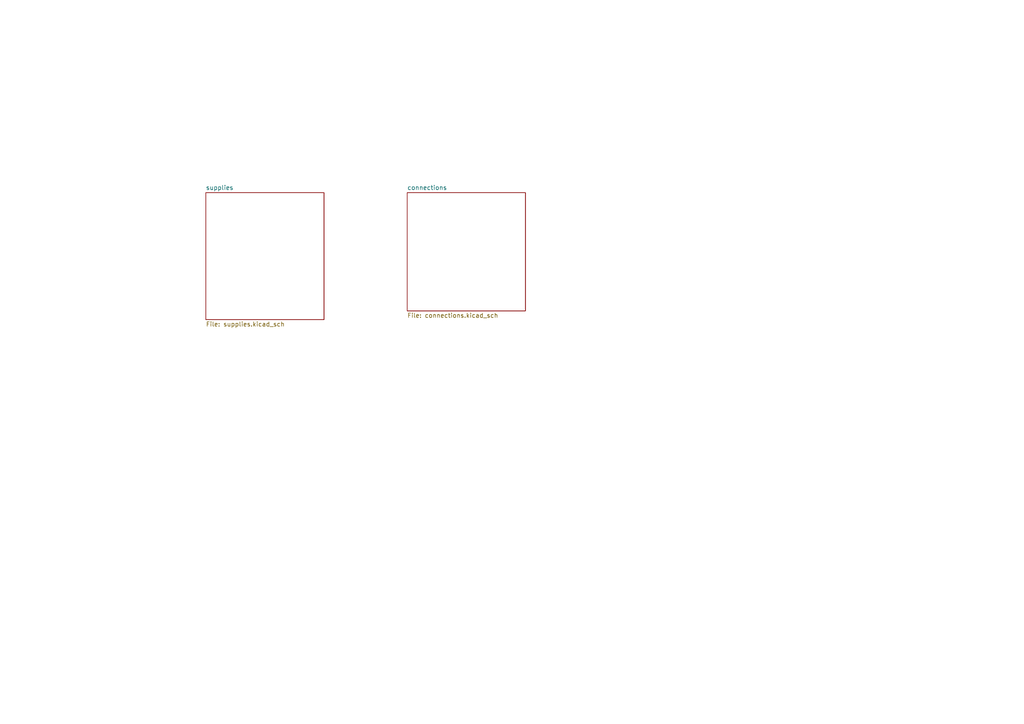
<source format=kicad_sch>
(kicad_sch (version 20230121) (generator eeschema)
  (paper "A4")
  (title_block (title "disting NT pedalboard breakout") (date "2024-11-14") (rev "1.0") (company "Expert Sleepers Ltd"))
  (lib_symbols)
  (sheet (at 59.69 55.88) (size 34.29 36.83) (stroke (width 0.1524))
    (property "Sheetname" "supplies" (at 59.69 55.1684 0) (effects (justify left bottom)))
    (property "Sheetfile" "supplies.kicad_sch" (at 59.69 93.2946 0) (effects (justify left top)))
  )
  (sheet (at 118.11 55.88) (size 34.29 34.29) (stroke (width 0.1524))
    (property "Sheetname" "connections" (at 118.11 55.1684 0) (effects (justify left bottom)))
    (property "Sheetfile" "connections.kicad_sch" (at 118.11 90.7546 0) (effects (justify left top)))
  )
)
</source>
